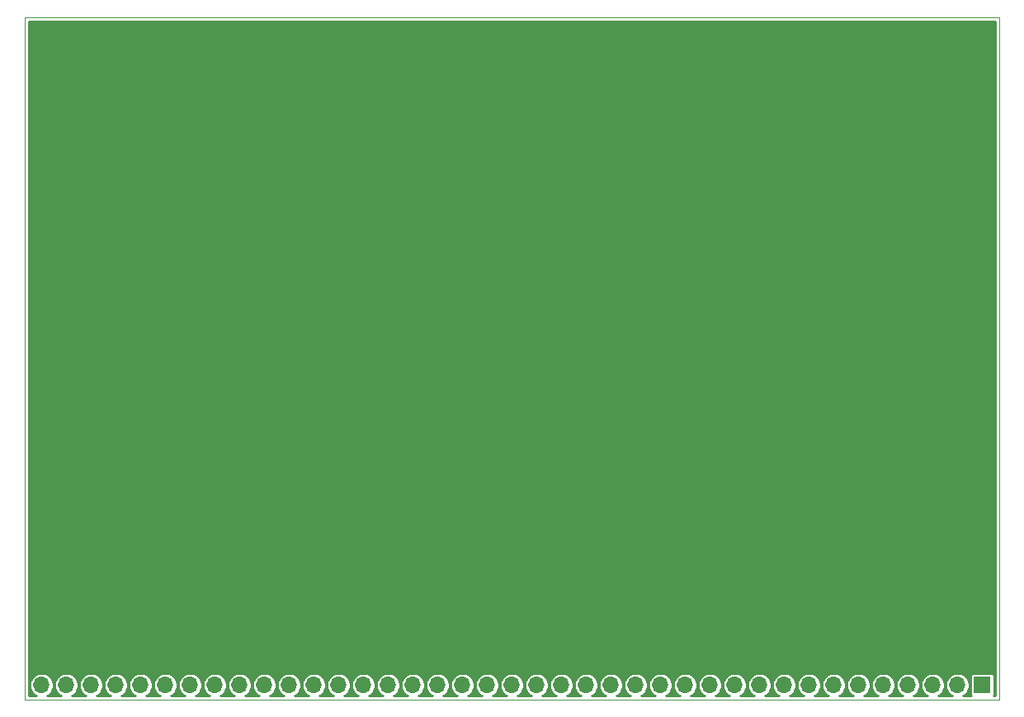
<source format=gbr>
G04 #@! TF.GenerationSoftware,KiCad,Pcbnew,(5.1.5)-3*
G04 #@! TF.CreationDate,2020-05-28T15:24:42-05:00*
G04 #@! TF.ProjectId,TFT Breakout 39P,54465420-4272-4656-916b-6f7574203339,rev?*
G04 #@! TF.SameCoordinates,Original*
G04 #@! TF.FileFunction,Copper,L2,Bot*
G04 #@! TF.FilePolarity,Positive*
%FSLAX46Y46*%
G04 Gerber Fmt 4.6, Leading zero omitted, Abs format (unit mm)*
G04 Created by KiCad (PCBNEW (5.1.5)-3) date 2020-05-28 15:24:42*
%MOMM*%
%LPD*%
G04 APERTURE LIST*
G04 #@! TA.AperFunction,Profile*
%ADD10C,0.050000*%
G04 #@! TD*
G04 #@! TA.AperFunction,ComponentPad*
%ADD11O,1.700000X1.700000*%
G04 #@! TD*
G04 #@! TA.AperFunction,ComponentPad*
%ADD12R,1.700000X1.700000*%
G04 #@! TD*
G04 #@! TA.AperFunction,NonConductor*
%ADD13C,0.254000*%
G04 #@! TD*
G04 APERTURE END LIST*
D10*
X200000000Y-60000000D02*
X100000000Y-60000000D01*
X200000000Y-130000000D02*
X200000000Y-60000000D01*
X100000000Y-130000000D02*
X100000000Y-60000000D01*
X100000000Y-130000000D02*
X200000000Y-130000000D01*
D11*
G04 #@! TO.P,J1,39*
G04 #@! TO.N,BL_K1*
X101740000Y-128500000D03*
G04 #@! TO.P,J1,38*
G04 #@! TO.N,BL_K2*
X104280000Y-128500000D03*
G04 #@! TO.P,J1,37*
G04 #@! TO.N,BL_K3*
X106820000Y-128500000D03*
G04 #@! TO.P,J1,36*
G04 #@! TO.N,BL_K4*
X109360000Y-128500000D03*
G04 #@! TO.P,J1,35*
G04 #@! TO.N,BL_K5*
X111900000Y-128500000D03*
G04 #@! TO.P,J1,34*
G04 #@! TO.N,BL_K6*
X114440000Y-128500000D03*
G04 #@! TO.P,J1,33*
G04 #@! TO.N,TE*
X116980000Y-128500000D03*
G04 #@! TO.P,J1,32*
G04 #@! TO.N,BL_K7*
X119520000Y-128500000D03*
G04 #@! TO.P,J1,31*
G04 #@! TO.N,BL_K8*
X122060000Y-128500000D03*
G04 #@! TO.P,J1,30*
G04 #@! TO.N,BL_A*
X124600000Y-128500000D03*
G04 #@! TO.P,J1,29*
G04 #@! TO.N,GND2*
X127140000Y-128500000D03*
G04 #@! TO.P,J1,28*
G04 #@! TO.N,RESET*
X129680000Y-128500000D03*
G04 #@! TO.P,J1,27*
G04 #@! TO.N,VCC*
X132220000Y-128500000D03*
G04 #@! TO.P,J1,26*
G04 #@! TO.N,CS*
X134760000Y-128500000D03*
G04 #@! TO.P,J1,25*
G04 #@! TO.N,DC*
X137300000Y-128500000D03*
G04 #@! TO.P,J1,24*
G04 #@! TO.N,WR*
X139840000Y-128500000D03*
G04 #@! TO.P,J1,23*
G04 #@! TO.N,RD*
X142380000Y-128500000D03*
G04 #@! TO.P,J1,22*
G04 #@! TO.N,D0*
X144920000Y-128500000D03*
G04 #@! TO.P,J1,21*
G04 #@! TO.N,D1*
X147460000Y-128500000D03*
G04 #@! TO.P,J1,20*
G04 #@! TO.N,D2*
X150000000Y-128500000D03*
G04 #@! TO.P,J1,19*
G04 #@! TO.N,D3*
X152540000Y-128500000D03*
G04 #@! TO.P,J1,18*
G04 #@! TO.N,D4*
X155080000Y-128500000D03*
G04 #@! TO.P,J1,17*
G04 #@! TO.N,D5*
X157620000Y-128500000D03*
G04 #@! TO.P,J1,16*
G04 #@! TO.N,D6*
X160160000Y-128500000D03*
G04 #@! TO.P,J1,15*
G04 #@! TO.N,D7*
X162700000Y-128500000D03*
G04 #@! TO.P,J1,14*
G04 #@! TO.N,D8*
X165240000Y-128500000D03*
G04 #@! TO.P,J1,13*
G04 #@! TO.N,D9*
X167780000Y-128500000D03*
G04 #@! TO.P,J1,12*
G04 #@! TO.N,D10*
X170320000Y-128500000D03*
G04 #@! TO.P,J1,11*
G04 #@! TO.N,D11*
X172860000Y-128500000D03*
G04 #@! TO.P,J1,10*
G04 #@! TO.N,D12*
X175400000Y-128500000D03*
G04 #@! TO.P,J1,9*
G04 #@! TO.N,D13*
X177940000Y-128500000D03*
G04 #@! TO.P,J1,8*
G04 #@! TO.N,D14*
X180480000Y-128500000D03*
G04 #@! TO.P,J1,7*
G04 #@! TO.N,D15*
X183020000Y-128500000D03*
G04 #@! TO.P,J1,6*
G04 #@! TO.N,NC*
X185560000Y-128500000D03*
G04 #@! TO.P,J1,5*
G04 #@! TO.N,GND1*
X188100000Y-128500000D03*
G04 #@! TO.P,J1,4*
G04 #@! TO.N,TS_Y-*
X190640000Y-128500000D03*
G04 #@! TO.P,J1,3*
G04 #@! TO.N,TS_X-*
X193180000Y-128500000D03*
G04 #@! TO.P,J1,2*
G04 #@! TO.N,TS_Y+*
X195720000Y-128500000D03*
D12*
G04 #@! TO.P,J1,1*
G04 #@! TO.N,TS_X+*
X198260000Y-128500000D03*
G04 #@! TD*
D13*
G36*
X199594000Y-129594000D02*
G01*
X199402632Y-129594000D01*
X199428322Y-129562696D01*
X199463701Y-129496508D01*
X199485487Y-129424689D01*
X199492843Y-129350000D01*
X199492843Y-127650000D01*
X199485487Y-127575311D01*
X199463701Y-127503492D01*
X199428322Y-127437304D01*
X199380711Y-127379289D01*
X199322696Y-127331678D01*
X199256508Y-127296299D01*
X199184689Y-127274513D01*
X199110000Y-127267157D01*
X197410000Y-127267157D01*
X197335311Y-127274513D01*
X197263492Y-127296299D01*
X197197304Y-127331678D01*
X197139289Y-127379289D01*
X197091678Y-127437304D01*
X197056299Y-127503492D01*
X197034513Y-127575311D01*
X197027157Y-127650000D01*
X197027157Y-129350000D01*
X197034513Y-129424689D01*
X197056299Y-129496508D01*
X197091678Y-129562696D01*
X197117368Y-129594000D01*
X196295608Y-129594000D01*
X196303097Y-129590898D01*
X196504717Y-129456180D01*
X196676180Y-129284717D01*
X196810898Y-129083097D01*
X196903693Y-128859069D01*
X196951000Y-128621243D01*
X196951000Y-128378757D01*
X196903693Y-128140931D01*
X196810898Y-127916903D01*
X196676180Y-127715283D01*
X196504717Y-127543820D01*
X196303097Y-127409102D01*
X196079069Y-127316307D01*
X195841243Y-127269000D01*
X195598757Y-127269000D01*
X195360931Y-127316307D01*
X195136903Y-127409102D01*
X194935283Y-127543820D01*
X194763820Y-127715283D01*
X194629102Y-127916903D01*
X194536307Y-128140931D01*
X194489000Y-128378757D01*
X194489000Y-128621243D01*
X194536307Y-128859069D01*
X194629102Y-129083097D01*
X194763820Y-129284717D01*
X194935283Y-129456180D01*
X195136903Y-129590898D01*
X195144392Y-129594000D01*
X193755608Y-129594000D01*
X193763097Y-129590898D01*
X193964717Y-129456180D01*
X194136180Y-129284717D01*
X194270898Y-129083097D01*
X194363693Y-128859069D01*
X194411000Y-128621243D01*
X194411000Y-128378757D01*
X194363693Y-128140931D01*
X194270898Y-127916903D01*
X194136180Y-127715283D01*
X193964717Y-127543820D01*
X193763097Y-127409102D01*
X193539069Y-127316307D01*
X193301243Y-127269000D01*
X193058757Y-127269000D01*
X192820931Y-127316307D01*
X192596903Y-127409102D01*
X192395283Y-127543820D01*
X192223820Y-127715283D01*
X192089102Y-127916903D01*
X191996307Y-128140931D01*
X191949000Y-128378757D01*
X191949000Y-128621243D01*
X191996307Y-128859069D01*
X192089102Y-129083097D01*
X192223820Y-129284717D01*
X192395283Y-129456180D01*
X192596903Y-129590898D01*
X192604392Y-129594000D01*
X191215608Y-129594000D01*
X191223097Y-129590898D01*
X191424717Y-129456180D01*
X191596180Y-129284717D01*
X191730898Y-129083097D01*
X191823693Y-128859069D01*
X191871000Y-128621243D01*
X191871000Y-128378757D01*
X191823693Y-128140931D01*
X191730898Y-127916903D01*
X191596180Y-127715283D01*
X191424717Y-127543820D01*
X191223097Y-127409102D01*
X190999069Y-127316307D01*
X190761243Y-127269000D01*
X190518757Y-127269000D01*
X190280931Y-127316307D01*
X190056903Y-127409102D01*
X189855283Y-127543820D01*
X189683820Y-127715283D01*
X189549102Y-127916903D01*
X189456307Y-128140931D01*
X189409000Y-128378757D01*
X189409000Y-128621243D01*
X189456307Y-128859069D01*
X189549102Y-129083097D01*
X189683820Y-129284717D01*
X189855283Y-129456180D01*
X190056903Y-129590898D01*
X190064392Y-129594000D01*
X188675608Y-129594000D01*
X188683097Y-129590898D01*
X188884717Y-129456180D01*
X189056180Y-129284717D01*
X189190898Y-129083097D01*
X189283693Y-128859069D01*
X189331000Y-128621243D01*
X189331000Y-128378757D01*
X189283693Y-128140931D01*
X189190898Y-127916903D01*
X189056180Y-127715283D01*
X188884717Y-127543820D01*
X188683097Y-127409102D01*
X188459069Y-127316307D01*
X188221243Y-127269000D01*
X187978757Y-127269000D01*
X187740931Y-127316307D01*
X187516903Y-127409102D01*
X187315283Y-127543820D01*
X187143820Y-127715283D01*
X187009102Y-127916903D01*
X186916307Y-128140931D01*
X186869000Y-128378757D01*
X186869000Y-128621243D01*
X186916307Y-128859069D01*
X187009102Y-129083097D01*
X187143820Y-129284717D01*
X187315283Y-129456180D01*
X187516903Y-129590898D01*
X187524392Y-129594000D01*
X186135608Y-129594000D01*
X186143097Y-129590898D01*
X186344717Y-129456180D01*
X186516180Y-129284717D01*
X186650898Y-129083097D01*
X186743693Y-128859069D01*
X186791000Y-128621243D01*
X186791000Y-128378757D01*
X186743693Y-128140931D01*
X186650898Y-127916903D01*
X186516180Y-127715283D01*
X186344717Y-127543820D01*
X186143097Y-127409102D01*
X185919069Y-127316307D01*
X185681243Y-127269000D01*
X185438757Y-127269000D01*
X185200931Y-127316307D01*
X184976903Y-127409102D01*
X184775283Y-127543820D01*
X184603820Y-127715283D01*
X184469102Y-127916903D01*
X184376307Y-128140931D01*
X184329000Y-128378757D01*
X184329000Y-128621243D01*
X184376307Y-128859069D01*
X184469102Y-129083097D01*
X184603820Y-129284717D01*
X184775283Y-129456180D01*
X184976903Y-129590898D01*
X184984392Y-129594000D01*
X183595608Y-129594000D01*
X183603097Y-129590898D01*
X183804717Y-129456180D01*
X183976180Y-129284717D01*
X184110898Y-129083097D01*
X184203693Y-128859069D01*
X184251000Y-128621243D01*
X184251000Y-128378757D01*
X184203693Y-128140931D01*
X184110898Y-127916903D01*
X183976180Y-127715283D01*
X183804717Y-127543820D01*
X183603097Y-127409102D01*
X183379069Y-127316307D01*
X183141243Y-127269000D01*
X182898757Y-127269000D01*
X182660931Y-127316307D01*
X182436903Y-127409102D01*
X182235283Y-127543820D01*
X182063820Y-127715283D01*
X181929102Y-127916903D01*
X181836307Y-128140931D01*
X181789000Y-128378757D01*
X181789000Y-128621243D01*
X181836307Y-128859069D01*
X181929102Y-129083097D01*
X182063820Y-129284717D01*
X182235283Y-129456180D01*
X182436903Y-129590898D01*
X182444392Y-129594000D01*
X181055608Y-129594000D01*
X181063097Y-129590898D01*
X181264717Y-129456180D01*
X181436180Y-129284717D01*
X181570898Y-129083097D01*
X181663693Y-128859069D01*
X181711000Y-128621243D01*
X181711000Y-128378757D01*
X181663693Y-128140931D01*
X181570898Y-127916903D01*
X181436180Y-127715283D01*
X181264717Y-127543820D01*
X181063097Y-127409102D01*
X180839069Y-127316307D01*
X180601243Y-127269000D01*
X180358757Y-127269000D01*
X180120931Y-127316307D01*
X179896903Y-127409102D01*
X179695283Y-127543820D01*
X179523820Y-127715283D01*
X179389102Y-127916903D01*
X179296307Y-128140931D01*
X179249000Y-128378757D01*
X179249000Y-128621243D01*
X179296307Y-128859069D01*
X179389102Y-129083097D01*
X179523820Y-129284717D01*
X179695283Y-129456180D01*
X179896903Y-129590898D01*
X179904392Y-129594000D01*
X178515608Y-129594000D01*
X178523097Y-129590898D01*
X178724717Y-129456180D01*
X178896180Y-129284717D01*
X179030898Y-129083097D01*
X179123693Y-128859069D01*
X179171000Y-128621243D01*
X179171000Y-128378757D01*
X179123693Y-128140931D01*
X179030898Y-127916903D01*
X178896180Y-127715283D01*
X178724717Y-127543820D01*
X178523097Y-127409102D01*
X178299069Y-127316307D01*
X178061243Y-127269000D01*
X177818757Y-127269000D01*
X177580931Y-127316307D01*
X177356903Y-127409102D01*
X177155283Y-127543820D01*
X176983820Y-127715283D01*
X176849102Y-127916903D01*
X176756307Y-128140931D01*
X176709000Y-128378757D01*
X176709000Y-128621243D01*
X176756307Y-128859069D01*
X176849102Y-129083097D01*
X176983820Y-129284717D01*
X177155283Y-129456180D01*
X177356903Y-129590898D01*
X177364392Y-129594000D01*
X175975608Y-129594000D01*
X175983097Y-129590898D01*
X176184717Y-129456180D01*
X176356180Y-129284717D01*
X176490898Y-129083097D01*
X176583693Y-128859069D01*
X176631000Y-128621243D01*
X176631000Y-128378757D01*
X176583693Y-128140931D01*
X176490898Y-127916903D01*
X176356180Y-127715283D01*
X176184717Y-127543820D01*
X175983097Y-127409102D01*
X175759069Y-127316307D01*
X175521243Y-127269000D01*
X175278757Y-127269000D01*
X175040931Y-127316307D01*
X174816903Y-127409102D01*
X174615283Y-127543820D01*
X174443820Y-127715283D01*
X174309102Y-127916903D01*
X174216307Y-128140931D01*
X174169000Y-128378757D01*
X174169000Y-128621243D01*
X174216307Y-128859069D01*
X174309102Y-129083097D01*
X174443820Y-129284717D01*
X174615283Y-129456180D01*
X174816903Y-129590898D01*
X174824392Y-129594000D01*
X173435608Y-129594000D01*
X173443097Y-129590898D01*
X173644717Y-129456180D01*
X173816180Y-129284717D01*
X173950898Y-129083097D01*
X174043693Y-128859069D01*
X174091000Y-128621243D01*
X174091000Y-128378757D01*
X174043693Y-128140931D01*
X173950898Y-127916903D01*
X173816180Y-127715283D01*
X173644717Y-127543820D01*
X173443097Y-127409102D01*
X173219069Y-127316307D01*
X172981243Y-127269000D01*
X172738757Y-127269000D01*
X172500931Y-127316307D01*
X172276903Y-127409102D01*
X172075283Y-127543820D01*
X171903820Y-127715283D01*
X171769102Y-127916903D01*
X171676307Y-128140931D01*
X171629000Y-128378757D01*
X171629000Y-128621243D01*
X171676307Y-128859069D01*
X171769102Y-129083097D01*
X171903820Y-129284717D01*
X172075283Y-129456180D01*
X172276903Y-129590898D01*
X172284392Y-129594000D01*
X170895608Y-129594000D01*
X170903097Y-129590898D01*
X171104717Y-129456180D01*
X171276180Y-129284717D01*
X171410898Y-129083097D01*
X171503693Y-128859069D01*
X171551000Y-128621243D01*
X171551000Y-128378757D01*
X171503693Y-128140931D01*
X171410898Y-127916903D01*
X171276180Y-127715283D01*
X171104717Y-127543820D01*
X170903097Y-127409102D01*
X170679069Y-127316307D01*
X170441243Y-127269000D01*
X170198757Y-127269000D01*
X169960931Y-127316307D01*
X169736903Y-127409102D01*
X169535283Y-127543820D01*
X169363820Y-127715283D01*
X169229102Y-127916903D01*
X169136307Y-128140931D01*
X169089000Y-128378757D01*
X169089000Y-128621243D01*
X169136307Y-128859069D01*
X169229102Y-129083097D01*
X169363820Y-129284717D01*
X169535283Y-129456180D01*
X169736903Y-129590898D01*
X169744392Y-129594000D01*
X168355608Y-129594000D01*
X168363097Y-129590898D01*
X168564717Y-129456180D01*
X168736180Y-129284717D01*
X168870898Y-129083097D01*
X168963693Y-128859069D01*
X169011000Y-128621243D01*
X169011000Y-128378757D01*
X168963693Y-128140931D01*
X168870898Y-127916903D01*
X168736180Y-127715283D01*
X168564717Y-127543820D01*
X168363097Y-127409102D01*
X168139069Y-127316307D01*
X167901243Y-127269000D01*
X167658757Y-127269000D01*
X167420931Y-127316307D01*
X167196903Y-127409102D01*
X166995283Y-127543820D01*
X166823820Y-127715283D01*
X166689102Y-127916903D01*
X166596307Y-128140931D01*
X166549000Y-128378757D01*
X166549000Y-128621243D01*
X166596307Y-128859069D01*
X166689102Y-129083097D01*
X166823820Y-129284717D01*
X166995283Y-129456180D01*
X167196903Y-129590898D01*
X167204392Y-129594000D01*
X165815608Y-129594000D01*
X165823097Y-129590898D01*
X166024717Y-129456180D01*
X166196180Y-129284717D01*
X166330898Y-129083097D01*
X166423693Y-128859069D01*
X166471000Y-128621243D01*
X166471000Y-128378757D01*
X166423693Y-128140931D01*
X166330898Y-127916903D01*
X166196180Y-127715283D01*
X166024717Y-127543820D01*
X165823097Y-127409102D01*
X165599069Y-127316307D01*
X165361243Y-127269000D01*
X165118757Y-127269000D01*
X164880931Y-127316307D01*
X164656903Y-127409102D01*
X164455283Y-127543820D01*
X164283820Y-127715283D01*
X164149102Y-127916903D01*
X164056307Y-128140931D01*
X164009000Y-128378757D01*
X164009000Y-128621243D01*
X164056307Y-128859069D01*
X164149102Y-129083097D01*
X164283820Y-129284717D01*
X164455283Y-129456180D01*
X164656903Y-129590898D01*
X164664392Y-129594000D01*
X163275608Y-129594000D01*
X163283097Y-129590898D01*
X163484717Y-129456180D01*
X163656180Y-129284717D01*
X163790898Y-129083097D01*
X163883693Y-128859069D01*
X163931000Y-128621243D01*
X163931000Y-128378757D01*
X163883693Y-128140931D01*
X163790898Y-127916903D01*
X163656180Y-127715283D01*
X163484717Y-127543820D01*
X163283097Y-127409102D01*
X163059069Y-127316307D01*
X162821243Y-127269000D01*
X162578757Y-127269000D01*
X162340931Y-127316307D01*
X162116903Y-127409102D01*
X161915283Y-127543820D01*
X161743820Y-127715283D01*
X161609102Y-127916903D01*
X161516307Y-128140931D01*
X161469000Y-128378757D01*
X161469000Y-128621243D01*
X161516307Y-128859069D01*
X161609102Y-129083097D01*
X161743820Y-129284717D01*
X161915283Y-129456180D01*
X162116903Y-129590898D01*
X162124392Y-129594000D01*
X160735608Y-129594000D01*
X160743097Y-129590898D01*
X160944717Y-129456180D01*
X161116180Y-129284717D01*
X161250898Y-129083097D01*
X161343693Y-128859069D01*
X161391000Y-128621243D01*
X161391000Y-128378757D01*
X161343693Y-128140931D01*
X161250898Y-127916903D01*
X161116180Y-127715283D01*
X160944717Y-127543820D01*
X160743097Y-127409102D01*
X160519069Y-127316307D01*
X160281243Y-127269000D01*
X160038757Y-127269000D01*
X159800931Y-127316307D01*
X159576903Y-127409102D01*
X159375283Y-127543820D01*
X159203820Y-127715283D01*
X159069102Y-127916903D01*
X158976307Y-128140931D01*
X158929000Y-128378757D01*
X158929000Y-128621243D01*
X158976307Y-128859069D01*
X159069102Y-129083097D01*
X159203820Y-129284717D01*
X159375283Y-129456180D01*
X159576903Y-129590898D01*
X159584392Y-129594000D01*
X158195608Y-129594000D01*
X158203097Y-129590898D01*
X158404717Y-129456180D01*
X158576180Y-129284717D01*
X158710898Y-129083097D01*
X158803693Y-128859069D01*
X158851000Y-128621243D01*
X158851000Y-128378757D01*
X158803693Y-128140931D01*
X158710898Y-127916903D01*
X158576180Y-127715283D01*
X158404717Y-127543820D01*
X158203097Y-127409102D01*
X157979069Y-127316307D01*
X157741243Y-127269000D01*
X157498757Y-127269000D01*
X157260931Y-127316307D01*
X157036903Y-127409102D01*
X156835283Y-127543820D01*
X156663820Y-127715283D01*
X156529102Y-127916903D01*
X156436307Y-128140931D01*
X156389000Y-128378757D01*
X156389000Y-128621243D01*
X156436307Y-128859069D01*
X156529102Y-129083097D01*
X156663820Y-129284717D01*
X156835283Y-129456180D01*
X157036903Y-129590898D01*
X157044392Y-129594000D01*
X155655608Y-129594000D01*
X155663097Y-129590898D01*
X155864717Y-129456180D01*
X156036180Y-129284717D01*
X156170898Y-129083097D01*
X156263693Y-128859069D01*
X156311000Y-128621243D01*
X156311000Y-128378757D01*
X156263693Y-128140931D01*
X156170898Y-127916903D01*
X156036180Y-127715283D01*
X155864717Y-127543820D01*
X155663097Y-127409102D01*
X155439069Y-127316307D01*
X155201243Y-127269000D01*
X154958757Y-127269000D01*
X154720931Y-127316307D01*
X154496903Y-127409102D01*
X154295283Y-127543820D01*
X154123820Y-127715283D01*
X153989102Y-127916903D01*
X153896307Y-128140931D01*
X153849000Y-128378757D01*
X153849000Y-128621243D01*
X153896307Y-128859069D01*
X153989102Y-129083097D01*
X154123820Y-129284717D01*
X154295283Y-129456180D01*
X154496903Y-129590898D01*
X154504392Y-129594000D01*
X153115608Y-129594000D01*
X153123097Y-129590898D01*
X153324717Y-129456180D01*
X153496180Y-129284717D01*
X153630898Y-129083097D01*
X153723693Y-128859069D01*
X153771000Y-128621243D01*
X153771000Y-128378757D01*
X153723693Y-128140931D01*
X153630898Y-127916903D01*
X153496180Y-127715283D01*
X153324717Y-127543820D01*
X153123097Y-127409102D01*
X152899069Y-127316307D01*
X152661243Y-127269000D01*
X152418757Y-127269000D01*
X152180931Y-127316307D01*
X151956903Y-127409102D01*
X151755283Y-127543820D01*
X151583820Y-127715283D01*
X151449102Y-127916903D01*
X151356307Y-128140931D01*
X151309000Y-128378757D01*
X151309000Y-128621243D01*
X151356307Y-128859069D01*
X151449102Y-129083097D01*
X151583820Y-129284717D01*
X151755283Y-129456180D01*
X151956903Y-129590898D01*
X151964392Y-129594000D01*
X150575608Y-129594000D01*
X150583097Y-129590898D01*
X150784717Y-129456180D01*
X150956180Y-129284717D01*
X151090898Y-129083097D01*
X151183693Y-128859069D01*
X151231000Y-128621243D01*
X151231000Y-128378757D01*
X151183693Y-128140931D01*
X151090898Y-127916903D01*
X150956180Y-127715283D01*
X150784717Y-127543820D01*
X150583097Y-127409102D01*
X150359069Y-127316307D01*
X150121243Y-127269000D01*
X149878757Y-127269000D01*
X149640931Y-127316307D01*
X149416903Y-127409102D01*
X149215283Y-127543820D01*
X149043820Y-127715283D01*
X148909102Y-127916903D01*
X148816307Y-128140931D01*
X148769000Y-128378757D01*
X148769000Y-128621243D01*
X148816307Y-128859069D01*
X148909102Y-129083097D01*
X149043820Y-129284717D01*
X149215283Y-129456180D01*
X149416903Y-129590898D01*
X149424392Y-129594000D01*
X148035608Y-129594000D01*
X148043097Y-129590898D01*
X148244717Y-129456180D01*
X148416180Y-129284717D01*
X148550898Y-129083097D01*
X148643693Y-128859069D01*
X148691000Y-128621243D01*
X148691000Y-128378757D01*
X148643693Y-128140931D01*
X148550898Y-127916903D01*
X148416180Y-127715283D01*
X148244717Y-127543820D01*
X148043097Y-127409102D01*
X147819069Y-127316307D01*
X147581243Y-127269000D01*
X147338757Y-127269000D01*
X147100931Y-127316307D01*
X146876903Y-127409102D01*
X146675283Y-127543820D01*
X146503820Y-127715283D01*
X146369102Y-127916903D01*
X146276307Y-128140931D01*
X146229000Y-128378757D01*
X146229000Y-128621243D01*
X146276307Y-128859069D01*
X146369102Y-129083097D01*
X146503820Y-129284717D01*
X146675283Y-129456180D01*
X146876903Y-129590898D01*
X146884392Y-129594000D01*
X145495608Y-129594000D01*
X145503097Y-129590898D01*
X145704717Y-129456180D01*
X145876180Y-129284717D01*
X146010898Y-129083097D01*
X146103693Y-128859069D01*
X146151000Y-128621243D01*
X146151000Y-128378757D01*
X146103693Y-128140931D01*
X146010898Y-127916903D01*
X145876180Y-127715283D01*
X145704717Y-127543820D01*
X145503097Y-127409102D01*
X145279069Y-127316307D01*
X145041243Y-127269000D01*
X144798757Y-127269000D01*
X144560931Y-127316307D01*
X144336903Y-127409102D01*
X144135283Y-127543820D01*
X143963820Y-127715283D01*
X143829102Y-127916903D01*
X143736307Y-128140931D01*
X143689000Y-128378757D01*
X143689000Y-128621243D01*
X143736307Y-128859069D01*
X143829102Y-129083097D01*
X143963820Y-129284717D01*
X144135283Y-129456180D01*
X144336903Y-129590898D01*
X144344392Y-129594000D01*
X142955608Y-129594000D01*
X142963097Y-129590898D01*
X143164717Y-129456180D01*
X143336180Y-129284717D01*
X143470898Y-129083097D01*
X143563693Y-128859069D01*
X143611000Y-128621243D01*
X143611000Y-128378757D01*
X143563693Y-128140931D01*
X143470898Y-127916903D01*
X143336180Y-127715283D01*
X143164717Y-127543820D01*
X142963097Y-127409102D01*
X142739069Y-127316307D01*
X142501243Y-127269000D01*
X142258757Y-127269000D01*
X142020931Y-127316307D01*
X141796903Y-127409102D01*
X141595283Y-127543820D01*
X141423820Y-127715283D01*
X141289102Y-127916903D01*
X141196307Y-128140931D01*
X141149000Y-128378757D01*
X141149000Y-128621243D01*
X141196307Y-128859069D01*
X141289102Y-129083097D01*
X141423820Y-129284717D01*
X141595283Y-129456180D01*
X141796903Y-129590898D01*
X141804392Y-129594000D01*
X140415608Y-129594000D01*
X140423097Y-129590898D01*
X140624717Y-129456180D01*
X140796180Y-129284717D01*
X140930898Y-129083097D01*
X141023693Y-128859069D01*
X141071000Y-128621243D01*
X141071000Y-128378757D01*
X141023693Y-128140931D01*
X140930898Y-127916903D01*
X140796180Y-127715283D01*
X140624717Y-127543820D01*
X140423097Y-127409102D01*
X140199069Y-127316307D01*
X139961243Y-127269000D01*
X139718757Y-127269000D01*
X139480931Y-127316307D01*
X139256903Y-127409102D01*
X139055283Y-127543820D01*
X138883820Y-127715283D01*
X138749102Y-127916903D01*
X138656307Y-128140931D01*
X138609000Y-128378757D01*
X138609000Y-128621243D01*
X138656307Y-128859069D01*
X138749102Y-129083097D01*
X138883820Y-129284717D01*
X139055283Y-129456180D01*
X139256903Y-129590898D01*
X139264392Y-129594000D01*
X137875608Y-129594000D01*
X137883097Y-129590898D01*
X138084717Y-129456180D01*
X138256180Y-129284717D01*
X138390898Y-129083097D01*
X138483693Y-128859069D01*
X138531000Y-128621243D01*
X138531000Y-128378757D01*
X138483693Y-128140931D01*
X138390898Y-127916903D01*
X138256180Y-127715283D01*
X138084717Y-127543820D01*
X137883097Y-127409102D01*
X137659069Y-127316307D01*
X137421243Y-127269000D01*
X137178757Y-127269000D01*
X136940931Y-127316307D01*
X136716903Y-127409102D01*
X136515283Y-127543820D01*
X136343820Y-127715283D01*
X136209102Y-127916903D01*
X136116307Y-128140931D01*
X136069000Y-128378757D01*
X136069000Y-128621243D01*
X136116307Y-128859069D01*
X136209102Y-129083097D01*
X136343820Y-129284717D01*
X136515283Y-129456180D01*
X136716903Y-129590898D01*
X136724392Y-129594000D01*
X135335608Y-129594000D01*
X135343097Y-129590898D01*
X135544717Y-129456180D01*
X135716180Y-129284717D01*
X135850898Y-129083097D01*
X135943693Y-128859069D01*
X135991000Y-128621243D01*
X135991000Y-128378757D01*
X135943693Y-128140931D01*
X135850898Y-127916903D01*
X135716180Y-127715283D01*
X135544717Y-127543820D01*
X135343097Y-127409102D01*
X135119069Y-127316307D01*
X134881243Y-127269000D01*
X134638757Y-127269000D01*
X134400931Y-127316307D01*
X134176903Y-127409102D01*
X133975283Y-127543820D01*
X133803820Y-127715283D01*
X133669102Y-127916903D01*
X133576307Y-128140931D01*
X133529000Y-128378757D01*
X133529000Y-128621243D01*
X133576307Y-128859069D01*
X133669102Y-129083097D01*
X133803820Y-129284717D01*
X133975283Y-129456180D01*
X134176903Y-129590898D01*
X134184392Y-129594000D01*
X132795608Y-129594000D01*
X132803097Y-129590898D01*
X133004717Y-129456180D01*
X133176180Y-129284717D01*
X133310898Y-129083097D01*
X133403693Y-128859069D01*
X133451000Y-128621243D01*
X133451000Y-128378757D01*
X133403693Y-128140931D01*
X133310898Y-127916903D01*
X133176180Y-127715283D01*
X133004717Y-127543820D01*
X132803097Y-127409102D01*
X132579069Y-127316307D01*
X132341243Y-127269000D01*
X132098757Y-127269000D01*
X131860931Y-127316307D01*
X131636903Y-127409102D01*
X131435283Y-127543820D01*
X131263820Y-127715283D01*
X131129102Y-127916903D01*
X131036307Y-128140931D01*
X130989000Y-128378757D01*
X130989000Y-128621243D01*
X131036307Y-128859069D01*
X131129102Y-129083097D01*
X131263820Y-129284717D01*
X131435283Y-129456180D01*
X131636903Y-129590898D01*
X131644392Y-129594000D01*
X130255608Y-129594000D01*
X130263097Y-129590898D01*
X130464717Y-129456180D01*
X130636180Y-129284717D01*
X130770898Y-129083097D01*
X130863693Y-128859069D01*
X130911000Y-128621243D01*
X130911000Y-128378757D01*
X130863693Y-128140931D01*
X130770898Y-127916903D01*
X130636180Y-127715283D01*
X130464717Y-127543820D01*
X130263097Y-127409102D01*
X130039069Y-127316307D01*
X129801243Y-127269000D01*
X129558757Y-127269000D01*
X129320931Y-127316307D01*
X129096903Y-127409102D01*
X128895283Y-127543820D01*
X128723820Y-127715283D01*
X128589102Y-127916903D01*
X128496307Y-128140931D01*
X128449000Y-128378757D01*
X128449000Y-128621243D01*
X128496307Y-128859069D01*
X128589102Y-129083097D01*
X128723820Y-129284717D01*
X128895283Y-129456180D01*
X129096903Y-129590898D01*
X129104392Y-129594000D01*
X127715608Y-129594000D01*
X127723097Y-129590898D01*
X127924717Y-129456180D01*
X128096180Y-129284717D01*
X128230898Y-129083097D01*
X128323693Y-128859069D01*
X128371000Y-128621243D01*
X128371000Y-128378757D01*
X128323693Y-128140931D01*
X128230898Y-127916903D01*
X128096180Y-127715283D01*
X127924717Y-127543820D01*
X127723097Y-127409102D01*
X127499069Y-127316307D01*
X127261243Y-127269000D01*
X127018757Y-127269000D01*
X126780931Y-127316307D01*
X126556903Y-127409102D01*
X126355283Y-127543820D01*
X126183820Y-127715283D01*
X126049102Y-127916903D01*
X125956307Y-128140931D01*
X125909000Y-128378757D01*
X125909000Y-128621243D01*
X125956307Y-128859069D01*
X126049102Y-129083097D01*
X126183820Y-129284717D01*
X126355283Y-129456180D01*
X126556903Y-129590898D01*
X126564392Y-129594000D01*
X125175608Y-129594000D01*
X125183097Y-129590898D01*
X125384717Y-129456180D01*
X125556180Y-129284717D01*
X125690898Y-129083097D01*
X125783693Y-128859069D01*
X125831000Y-128621243D01*
X125831000Y-128378757D01*
X125783693Y-128140931D01*
X125690898Y-127916903D01*
X125556180Y-127715283D01*
X125384717Y-127543820D01*
X125183097Y-127409102D01*
X124959069Y-127316307D01*
X124721243Y-127269000D01*
X124478757Y-127269000D01*
X124240931Y-127316307D01*
X124016903Y-127409102D01*
X123815283Y-127543820D01*
X123643820Y-127715283D01*
X123509102Y-127916903D01*
X123416307Y-128140931D01*
X123369000Y-128378757D01*
X123369000Y-128621243D01*
X123416307Y-128859069D01*
X123509102Y-129083097D01*
X123643820Y-129284717D01*
X123815283Y-129456180D01*
X124016903Y-129590898D01*
X124024392Y-129594000D01*
X122635608Y-129594000D01*
X122643097Y-129590898D01*
X122844717Y-129456180D01*
X123016180Y-129284717D01*
X123150898Y-129083097D01*
X123243693Y-128859069D01*
X123291000Y-128621243D01*
X123291000Y-128378757D01*
X123243693Y-128140931D01*
X123150898Y-127916903D01*
X123016180Y-127715283D01*
X122844717Y-127543820D01*
X122643097Y-127409102D01*
X122419069Y-127316307D01*
X122181243Y-127269000D01*
X121938757Y-127269000D01*
X121700931Y-127316307D01*
X121476903Y-127409102D01*
X121275283Y-127543820D01*
X121103820Y-127715283D01*
X120969102Y-127916903D01*
X120876307Y-128140931D01*
X120829000Y-128378757D01*
X120829000Y-128621243D01*
X120876307Y-128859069D01*
X120969102Y-129083097D01*
X121103820Y-129284717D01*
X121275283Y-129456180D01*
X121476903Y-129590898D01*
X121484392Y-129594000D01*
X120095608Y-129594000D01*
X120103097Y-129590898D01*
X120304717Y-129456180D01*
X120476180Y-129284717D01*
X120610898Y-129083097D01*
X120703693Y-128859069D01*
X120751000Y-128621243D01*
X120751000Y-128378757D01*
X120703693Y-128140931D01*
X120610898Y-127916903D01*
X120476180Y-127715283D01*
X120304717Y-127543820D01*
X120103097Y-127409102D01*
X119879069Y-127316307D01*
X119641243Y-127269000D01*
X119398757Y-127269000D01*
X119160931Y-127316307D01*
X118936903Y-127409102D01*
X118735283Y-127543820D01*
X118563820Y-127715283D01*
X118429102Y-127916903D01*
X118336307Y-128140931D01*
X118289000Y-128378757D01*
X118289000Y-128621243D01*
X118336307Y-128859069D01*
X118429102Y-129083097D01*
X118563820Y-129284717D01*
X118735283Y-129456180D01*
X118936903Y-129590898D01*
X118944392Y-129594000D01*
X117555608Y-129594000D01*
X117563097Y-129590898D01*
X117764717Y-129456180D01*
X117936180Y-129284717D01*
X118070898Y-129083097D01*
X118163693Y-128859069D01*
X118211000Y-128621243D01*
X118211000Y-128378757D01*
X118163693Y-128140931D01*
X118070898Y-127916903D01*
X117936180Y-127715283D01*
X117764717Y-127543820D01*
X117563097Y-127409102D01*
X117339069Y-127316307D01*
X117101243Y-127269000D01*
X116858757Y-127269000D01*
X116620931Y-127316307D01*
X116396903Y-127409102D01*
X116195283Y-127543820D01*
X116023820Y-127715283D01*
X115889102Y-127916903D01*
X115796307Y-128140931D01*
X115749000Y-128378757D01*
X115749000Y-128621243D01*
X115796307Y-128859069D01*
X115889102Y-129083097D01*
X116023820Y-129284717D01*
X116195283Y-129456180D01*
X116396903Y-129590898D01*
X116404392Y-129594000D01*
X115015608Y-129594000D01*
X115023097Y-129590898D01*
X115224717Y-129456180D01*
X115396180Y-129284717D01*
X115530898Y-129083097D01*
X115623693Y-128859069D01*
X115671000Y-128621243D01*
X115671000Y-128378757D01*
X115623693Y-128140931D01*
X115530898Y-127916903D01*
X115396180Y-127715283D01*
X115224717Y-127543820D01*
X115023097Y-127409102D01*
X114799069Y-127316307D01*
X114561243Y-127269000D01*
X114318757Y-127269000D01*
X114080931Y-127316307D01*
X113856903Y-127409102D01*
X113655283Y-127543820D01*
X113483820Y-127715283D01*
X113349102Y-127916903D01*
X113256307Y-128140931D01*
X113209000Y-128378757D01*
X113209000Y-128621243D01*
X113256307Y-128859069D01*
X113349102Y-129083097D01*
X113483820Y-129284717D01*
X113655283Y-129456180D01*
X113856903Y-129590898D01*
X113864392Y-129594000D01*
X112475608Y-129594000D01*
X112483097Y-129590898D01*
X112684717Y-129456180D01*
X112856180Y-129284717D01*
X112990898Y-129083097D01*
X113083693Y-128859069D01*
X113131000Y-128621243D01*
X113131000Y-128378757D01*
X113083693Y-128140931D01*
X112990898Y-127916903D01*
X112856180Y-127715283D01*
X112684717Y-127543820D01*
X112483097Y-127409102D01*
X112259069Y-127316307D01*
X112021243Y-127269000D01*
X111778757Y-127269000D01*
X111540931Y-127316307D01*
X111316903Y-127409102D01*
X111115283Y-127543820D01*
X110943820Y-127715283D01*
X110809102Y-127916903D01*
X110716307Y-128140931D01*
X110669000Y-128378757D01*
X110669000Y-128621243D01*
X110716307Y-128859069D01*
X110809102Y-129083097D01*
X110943820Y-129284717D01*
X111115283Y-129456180D01*
X111316903Y-129590898D01*
X111324392Y-129594000D01*
X109935608Y-129594000D01*
X109943097Y-129590898D01*
X110144717Y-129456180D01*
X110316180Y-129284717D01*
X110450898Y-129083097D01*
X110543693Y-128859069D01*
X110591000Y-128621243D01*
X110591000Y-128378757D01*
X110543693Y-128140931D01*
X110450898Y-127916903D01*
X110316180Y-127715283D01*
X110144717Y-127543820D01*
X109943097Y-127409102D01*
X109719069Y-127316307D01*
X109481243Y-127269000D01*
X109238757Y-127269000D01*
X109000931Y-127316307D01*
X108776903Y-127409102D01*
X108575283Y-127543820D01*
X108403820Y-127715283D01*
X108269102Y-127916903D01*
X108176307Y-128140931D01*
X108129000Y-128378757D01*
X108129000Y-128621243D01*
X108176307Y-128859069D01*
X108269102Y-129083097D01*
X108403820Y-129284717D01*
X108575283Y-129456180D01*
X108776903Y-129590898D01*
X108784392Y-129594000D01*
X107395608Y-129594000D01*
X107403097Y-129590898D01*
X107604717Y-129456180D01*
X107776180Y-129284717D01*
X107910898Y-129083097D01*
X108003693Y-128859069D01*
X108051000Y-128621243D01*
X108051000Y-128378757D01*
X108003693Y-128140931D01*
X107910898Y-127916903D01*
X107776180Y-127715283D01*
X107604717Y-127543820D01*
X107403097Y-127409102D01*
X107179069Y-127316307D01*
X106941243Y-127269000D01*
X106698757Y-127269000D01*
X106460931Y-127316307D01*
X106236903Y-127409102D01*
X106035283Y-127543820D01*
X105863820Y-127715283D01*
X105729102Y-127916903D01*
X105636307Y-128140931D01*
X105589000Y-128378757D01*
X105589000Y-128621243D01*
X105636307Y-128859069D01*
X105729102Y-129083097D01*
X105863820Y-129284717D01*
X106035283Y-129456180D01*
X106236903Y-129590898D01*
X106244392Y-129594000D01*
X104855608Y-129594000D01*
X104863097Y-129590898D01*
X105064717Y-129456180D01*
X105236180Y-129284717D01*
X105370898Y-129083097D01*
X105463693Y-128859069D01*
X105511000Y-128621243D01*
X105511000Y-128378757D01*
X105463693Y-128140931D01*
X105370898Y-127916903D01*
X105236180Y-127715283D01*
X105064717Y-127543820D01*
X104863097Y-127409102D01*
X104639069Y-127316307D01*
X104401243Y-127269000D01*
X104158757Y-127269000D01*
X103920931Y-127316307D01*
X103696903Y-127409102D01*
X103495283Y-127543820D01*
X103323820Y-127715283D01*
X103189102Y-127916903D01*
X103096307Y-128140931D01*
X103049000Y-128378757D01*
X103049000Y-128621243D01*
X103096307Y-128859069D01*
X103189102Y-129083097D01*
X103323820Y-129284717D01*
X103495283Y-129456180D01*
X103696903Y-129590898D01*
X103704392Y-129594000D01*
X102315608Y-129594000D01*
X102323097Y-129590898D01*
X102524717Y-129456180D01*
X102696180Y-129284717D01*
X102830898Y-129083097D01*
X102923693Y-128859069D01*
X102971000Y-128621243D01*
X102971000Y-128378757D01*
X102923693Y-128140931D01*
X102830898Y-127916903D01*
X102696180Y-127715283D01*
X102524717Y-127543820D01*
X102323097Y-127409102D01*
X102099069Y-127316307D01*
X101861243Y-127269000D01*
X101618757Y-127269000D01*
X101380931Y-127316307D01*
X101156903Y-127409102D01*
X100955283Y-127543820D01*
X100783820Y-127715283D01*
X100649102Y-127916903D01*
X100556307Y-128140931D01*
X100509000Y-128378757D01*
X100509000Y-128621243D01*
X100556307Y-128859069D01*
X100649102Y-129083097D01*
X100783820Y-129284717D01*
X100955283Y-129456180D01*
X101156903Y-129590898D01*
X101164392Y-129594000D01*
X100406000Y-129594000D01*
X100406000Y-60406000D01*
X199594001Y-60406000D01*
X199594000Y-129594000D01*
G37*
X199594000Y-129594000D02*
X199402632Y-129594000D01*
X199428322Y-129562696D01*
X199463701Y-129496508D01*
X199485487Y-129424689D01*
X199492843Y-129350000D01*
X199492843Y-127650000D01*
X199485487Y-127575311D01*
X199463701Y-127503492D01*
X199428322Y-127437304D01*
X199380711Y-127379289D01*
X199322696Y-127331678D01*
X199256508Y-127296299D01*
X199184689Y-127274513D01*
X199110000Y-127267157D01*
X197410000Y-127267157D01*
X197335311Y-127274513D01*
X197263492Y-127296299D01*
X197197304Y-127331678D01*
X197139289Y-127379289D01*
X197091678Y-127437304D01*
X197056299Y-127503492D01*
X197034513Y-127575311D01*
X197027157Y-127650000D01*
X197027157Y-129350000D01*
X197034513Y-129424689D01*
X197056299Y-129496508D01*
X197091678Y-129562696D01*
X197117368Y-129594000D01*
X196295608Y-129594000D01*
X196303097Y-129590898D01*
X196504717Y-129456180D01*
X196676180Y-129284717D01*
X196810898Y-129083097D01*
X196903693Y-128859069D01*
X196951000Y-128621243D01*
X196951000Y-128378757D01*
X196903693Y-128140931D01*
X196810898Y-127916903D01*
X196676180Y-127715283D01*
X196504717Y-127543820D01*
X196303097Y-127409102D01*
X196079069Y-127316307D01*
X195841243Y-127269000D01*
X195598757Y-127269000D01*
X195360931Y-127316307D01*
X195136903Y-127409102D01*
X194935283Y-127543820D01*
X194763820Y-127715283D01*
X194629102Y-127916903D01*
X194536307Y-128140931D01*
X194489000Y-128378757D01*
X194489000Y-128621243D01*
X194536307Y-128859069D01*
X194629102Y-129083097D01*
X194763820Y-129284717D01*
X194935283Y-129456180D01*
X195136903Y-129590898D01*
X195144392Y-129594000D01*
X193755608Y-129594000D01*
X193763097Y-129590898D01*
X193964717Y-129456180D01*
X194136180Y-129284717D01*
X194270898Y-129083097D01*
X194363693Y-128859069D01*
X194411000Y-128621243D01*
X194411000Y-128378757D01*
X194363693Y-128140931D01*
X194270898Y-127916903D01*
X194136180Y-127715283D01*
X193964717Y-127543820D01*
X193763097Y-127409102D01*
X193539069Y-127316307D01*
X193301243Y-127269000D01*
X193058757Y-127269000D01*
X192820931Y-127316307D01*
X192596903Y-127409102D01*
X192395283Y-127543820D01*
X192223820Y-127715283D01*
X192089102Y-127916903D01*
X191996307Y-128140931D01*
X191949000Y-128378757D01*
X191949000Y-128621243D01*
X191996307Y-128859069D01*
X192089102Y-129083097D01*
X192223820Y-129284717D01*
X192395283Y-129456180D01*
X192596903Y-129590898D01*
X192604392Y-129594000D01*
X191215608Y-129594000D01*
X191223097Y-129590898D01*
X191424717Y-129456180D01*
X191596180Y-129284717D01*
X191730898Y-129083097D01*
X191823693Y-128859069D01*
X191871000Y-128621243D01*
X191871000Y-128378757D01*
X191823693Y-128140931D01*
X191730898Y-127916903D01*
X191596180Y-127715283D01*
X191424717Y-127543820D01*
X191223097Y-127409102D01*
X190999069Y-127316307D01*
X190761243Y-127269000D01*
X190518757Y-127269000D01*
X190280931Y-127316307D01*
X190056903Y-127409102D01*
X189855283Y-127543820D01*
X189683820Y-127715283D01*
X189549102Y-127916903D01*
X189456307Y-128140931D01*
X189409000Y-128378757D01*
X189409000Y-128621243D01*
X189456307Y-128859069D01*
X189549102Y-129083097D01*
X189683820Y-129284717D01*
X189855283Y-129456180D01*
X190056903Y-129590898D01*
X190064392Y-129594000D01*
X188675608Y-129594000D01*
X188683097Y-129590898D01*
X188884717Y-129456180D01*
X189056180Y-129284717D01*
X189190898Y-129083097D01*
X189283693Y-128859069D01*
X189331000Y-128621243D01*
X189331000Y-128378757D01*
X189283693Y-128140931D01*
X189190898Y-127916903D01*
X189056180Y-127715283D01*
X188884717Y-127543820D01*
X188683097Y-127409102D01*
X188459069Y-127316307D01*
X188221243Y-127269000D01*
X187978757Y-127269000D01*
X187740931Y-127316307D01*
X187516903Y-127409102D01*
X187315283Y-127543820D01*
X187143820Y-127715283D01*
X187009102Y-127916903D01*
X186916307Y-128140931D01*
X186869000Y-128378757D01*
X186869000Y-128621243D01*
X186916307Y-128859069D01*
X187009102Y-129083097D01*
X187143820Y-129284717D01*
X187315283Y-129456180D01*
X187516903Y-129590898D01*
X187524392Y-129594000D01*
X186135608Y-129594000D01*
X186143097Y-129590898D01*
X186344717Y-129456180D01*
X186516180Y-129284717D01*
X186650898Y-129083097D01*
X186743693Y-128859069D01*
X186791000Y-128621243D01*
X186791000Y-128378757D01*
X186743693Y-128140931D01*
X186650898Y-127916903D01*
X186516180Y-127715283D01*
X186344717Y-127543820D01*
X186143097Y-127409102D01*
X185919069Y-127316307D01*
X185681243Y-127269000D01*
X185438757Y-127269000D01*
X185200931Y-127316307D01*
X184976903Y-127409102D01*
X184775283Y-127543820D01*
X184603820Y-127715283D01*
X184469102Y-127916903D01*
X184376307Y-128140931D01*
X184329000Y-128378757D01*
X184329000Y-128621243D01*
X184376307Y-128859069D01*
X184469102Y-129083097D01*
X184603820Y-129284717D01*
X184775283Y-129456180D01*
X184976903Y-129590898D01*
X184984392Y-129594000D01*
X183595608Y-129594000D01*
X183603097Y-129590898D01*
X183804717Y-129456180D01*
X183976180Y-129284717D01*
X184110898Y-129083097D01*
X184203693Y-128859069D01*
X184251000Y-128621243D01*
X184251000Y-128378757D01*
X184203693Y-128140931D01*
X184110898Y-127916903D01*
X183976180Y-127715283D01*
X183804717Y-127543820D01*
X183603097Y-127409102D01*
X183379069Y-127316307D01*
X183141243Y-127269000D01*
X182898757Y-127269000D01*
X182660931Y-127316307D01*
X182436903Y-127409102D01*
X182235283Y-127543820D01*
X182063820Y-127715283D01*
X181929102Y-127916903D01*
X181836307Y-128140931D01*
X181789000Y-128378757D01*
X181789000Y-128621243D01*
X181836307Y-128859069D01*
X181929102Y-129083097D01*
X182063820Y-129284717D01*
X182235283Y-129456180D01*
X182436903Y-129590898D01*
X182444392Y-129594000D01*
X181055608Y-129594000D01*
X181063097Y-129590898D01*
X181264717Y-129456180D01*
X181436180Y-129284717D01*
X181570898Y-129083097D01*
X181663693Y-128859069D01*
X181711000Y-128621243D01*
X181711000Y-128378757D01*
X181663693Y-128140931D01*
X181570898Y-127916903D01*
X181436180Y-127715283D01*
X181264717Y-127543820D01*
X181063097Y-127409102D01*
X180839069Y-127316307D01*
X180601243Y-127269000D01*
X180358757Y-127269000D01*
X180120931Y-127316307D01*
X179896903Y-127409102D01*
X179695283Y-127543820D01*
X179523820Y-127715283D01*
X179389102Y-127916903D01*
X179296307Y-128140931D01*
X179249000Y-128378757D01*
X179249000Y-128621243D01*
X179296307Y-128859069D01*
X179389102Y-129083097D01*
X179523820Y-129284717D01*
X179695283Y-129456180D01*
X179896903Y-129590898D01*
X179904392Y-129594000D01*
X178515608Y-129594000D01*
X178523097Y-129590898D01*
X178724717Y-129456180D01*
X178896180Y-129284717D01*
X179030898Y-129083097D01*
X179123693Y-128859069D01*
X179171000Y-128621243D01*
X179171000Y-128378757D01*
X179123693Y-128140931D01*
X179030898Y-127916903D01*
X178896180Y-127715283D01*
X178724717Y-127543820D01*
X178523097Y-127409102D01*
X178299069Y-127316307D01*
X178061243Y-127269000D01*
X177818757Y-127269000D01*
X177580931Y-127316307D01*
X177356903Y-127409102D01*
X177155283Y-127543820D01*
X176983820Y-127715283D01*
X176849102Y-127916903D01*
X176756307Y-128140931D01*
X176709000Y-128378757D01*
X176709000Y-128621243D01*
X176756307Y-128859069D01*
X176849102Y-129083097D01*
X176983820Y-129284717D01*
X177155283Y-129456180D01*
X177356903Y-129590898D01*
X177364392Y-129594000D01*
X175975608Y-129594000D01*
X175983097Y-129590898D01*
X176184717Y-129456180D01*
X176356180Y-129284717D01*
X176490898Y-129083097D01*
X176583693Y-128859069D01*
X176631000Y-128621243D01*
X176631000Y-128378757D01*
X176583693Y-128140931D01*
X176490898Y-127916903D01*
X176356180Y-127715283D01*
X176184717Y-127543820D01*
X175983097Y-127409102D01*
X175759069Y-127316307D01*
X175521243Y-127269000D01*
X175278757Y-127269000D01*
X175040931Y-127316307D01*
X174816903Y-127409102D01*
X174615283Y-127543820D01*
X174443820Y-127715283D01*
X174309102Y-127916903D01*
X174216307Y-128140931D01*
X174169000Y-128378757D01*
X174169000Y-128621243D01*
X174216307Y-128859069D01*
X174309102Y-129083097D01*
X174443820Y-129284717D01*
X174615283Y-129456180D01*
X174816903Y-129590898D01*
X174824392Y-129594000D01*
X173435608Y-129594000D01*
X173443097Y-129590898D01*
X173644717Y-129456180D01*
X173816180Y-129284717D01*
X173950898Y-129083097D01*
X174043693Y-128859069D01*
X174091000Y-128621243D01*
X174091000Y-128378757D01*
X174043693Y-128140931D01*
X173950898Y-127916903D01*
X173816180Y-127715283D01*
X173644717Y-127543820D01*
X173443097Y-127409102D01*
X173219069Y-127316307D01*
X172981243Y-127269000D01*
X172738757Y-127269000D01*
X172500931Y-127316307D01*
X172276903Y-127409102D01*
X172075283Y-127543820D01*
X171903820Y-127715283D01*
X171769102Y-127916903D01*
X171676307Y-128140931D01*
X171629000Y-128378757D01*
X171629000Y-128621243D01*
X171676307Y-128859069D01*
X171769102Y-129083097D01*
X171903820Y-129284717D01*
X172075283Y-129456180D01*
X172276903Y-129590898D01*
X172284392Y-129594000D01*
X170895608Y-129594000D01*
X170903097Y-129590898D01*
X171104717Y-129456180D01*
X171276180Y-129284717D01*
X171410898Y-129083097D01*
X171503693Y-128859069D01*
X171551000Y-128621243D01*
X171551000Y-128378757D01*
X171503693Y-128140931D01*
X171410898Y-127916903D01*
X171276180Y-127715283D01*
X171104717Y-127543820D01*
X170903097Y-127409102D01*
X170679069Y-127316307D01*
X170441243Y-127269000D01*
X170198757Y-127269000D01*
X169960931Y-127316307D01*
X169736903Y-127409102D01*
X169535283Y-127543820D01*
X169363820Y-127715283D01*
X169229102Y-127916903D01*
X169136307Y-128140931D01*
X169089000Y-128378757D01*
X169089000Y-128621243D01*
X169136307Y-128859069D01*
X169229102Y-129083097D01*
X169363820Y-129284717D01*
X169535283Y-129456180D01*
X169736903Y-129590898D01*
X169744392Y-129594000D01*
X168355608Y-129594000D01*
X168363097Y-129590898D01*
X168564717Y-129456180D01*
X168736180Y-129284717D01*
X168870898Y-129083097D01*
X168963693Y-128859069D01*
X169011000Y-128621243D01*
X169011000Y-128378757D01*
X168963693Y-128140931D01*
X168870898Y-127916903D01*
X168736180Y-127715283D01*
X168564717Y-127543820D01*
X168363097Y-127409102D01*
X168139069Y-127316307D01*
X167901243Y-127269000D01*
X167658757Y-127269000D01*
X167420931Y-127316307D01*
X167196903Y-127409102D01*
X166995283Y-127543820D01*
X166823820Y-127715283D01*
X166689102Y-127916903D01*
X166596307Y-128140931D01*
X166549000Y-128378757D01*
X166549000Y-128621243D01*
X166596307Y-128859069D01*
X166689102Y-129083097D01*
X166823820Y-129284717D01*
X166995283Y-129456180D01*
X167196903Y-129590898D01*
X167204392Y-129594000D01*
X165815608Y-129594000D01*
X165823097Y-129590898D01*
X166024717Y-129456180D01*
X166196180Y-129284717D01*
X166330898Y-129083097D01*
X166423693Y-128859069D01*
X166471000Y-128621243D01*
X166471000Y-128378757D01*
X166423693Y-128140931D01*
X166330898Y-127916903D01*
X166196180Y-127715283D01*
X166024717Y-127543820D01*
X165823097Y-127409102D01*
X165599069Y-127316307D01*
X165361243Y-127269000D01*
X165118757Y-127269000D01*
X164880931Y-127316307D01*
X164656903Y-127409102D01*
X164455283Y-127543820D01*
X164283820Y-127715283D01*
X164149102Y-127916903D01*
X164056307Y-128140931D01*
X164009000Y-128378757D01*
X164009000Y-128621243D01*
X164056307Y-128859069D01*
X164149102Y-129083097D01*
X164283820Y-129284717D01*
X164455283Y-129456180D01*
X164656903Y-129590898D01*
X164664392Y-129594000D01*
X163275608Y-129594000D01*
X163283097Y-129590898D01*
X163484717Y-129456180D01*
X163656180Y-129284717D01*
X163790898Y-129083097D01*
X163883693Y-128859069D01*
X163931000Y-128621243D01*
X163931000Y-128378757D01*
X163883693Y-128140931D01*
X163790898Y-127916903D01*
X163656180Y-127715283D01*
X163484717Y-127543820D01*
X163283097Y-127409102D01*
X163059069Y-127316307D01*
X162821243Y-127269000D01*
X162578757Y-127269000D01*
X162340931Y-127316307D01*
X162116903Y-127409102D01*
X161915283Y-127543820D01*
X161743820Y-127715283D01*
X161609102Y-127916903D01*
X161516307Y-128140931D01*
X161469000Y-128378757D01*
X161469000Y-128621243D01*
X161516307Y-128859069D01*
X161609102Y-129083097D01*
X161743820Y-129284717D01*
X161915283Y-129456180D01*
X162116903Y-129590898D01*
X162124392Y-129594000D01*
X160735608Y-129594000D01*
X160743097Y-129590898D01*
X160944717Y-129456180D01*
X161116180Y-129284717D01*
X161250898Y-129083097D01*
X161343693Y-128859069D01*
X161391000Y-128621243D01*
X161391000Y-128378757D01*
X161343693Y-128140931D01*
X161250898Y-127916903D01*
X161116180Y-127715283D01*
X160944717Y-127543820D01*
X160743097Y-127409102D01*
X160519069Y-127316307D01*
X160281243Y-127269000D01*
X160038757Y-127269000D01*
X159800931Y-127316307D01*
X159576903Y-127409102D01*
X159375283Y-127543820D01*
X159203820Y-127715283D01*
X159069102Y-127916903D01*
X158976307Y-128140931D01*
X158929000Y-128378757D01*
X158929000Y-128621243D01*
X158976307Y-128859069D01*
X159069102Y-129083097D01*
X159203820Y-129284717D01*
X159375283Y-129456180D01*
X159576903Y-129590898D01*
X159584392Y-129594000D01*
X158195608Y-129594000D01*
X158203097Y-129590898D01*
X158404717Y-129456180D01*
X158576180Y-129284717D01*
X158710898Y-129083097D01*
X158803693Y-128859069D01*
X158851000Y-128621243D01*
X158851000Y-128378757D01*
X158803693Y-128140931D01*
X158710898Y-127916903D01*
X158576180Y-127715283D01*
X158404717Y-127543820D01*
X158203097Y-127409102D01*
X157979069Y-127316307D01*
X157741243Y-127269000D01*
X157498757Y-127269000D01*
X157260931Y-127316307D01*
X157036903Y-127409102D01*
X156835283Y-127543820D01*
X156663820Y-127715283D01*
X156529102Y-127916903D01*
X156436307Y-128140931D01*
X156389000Y-128378757D01*
X156389000Y-128621243D01*
X156436307Y-128859069D01*
X156529102Y-129083097D01*
X156663820Y-129284717D01*
X156835283Y-129456180D01*
X157036903Y-129590898D01*
X157044392Y-129594000D01*
X155655608Y-129594000D01*
X155663097Y-129590898D01*
X155864717Y-129456180D01*
X156036180Y-129284717D01*
X156170898Y-129083097D01*
X156263693Y-128859069D01*
X156311000Y-128621243D01*
X156311000Y-128378757D01*
X156263693Y-128140931D01*
X156170898Y-127916903D01*
X156036180Y-127715283D01*
X155864717Y-127543820D01*
X155663097Y-127409102D01*
X155439069Y-127316307D01*
X155201243Y-127269000D01*
X154958757Y-127269000D01*
X154720931Y-127316307D01*
X154496903Y-127409102D01*
X154295283Y-127543820D01*
X154123820Y-127715283D01*
X153989102Y-127916903D01*
X153896307Y-128140931D01*
X153849000Y-128378757D01*
X153849000Y-128621243D01*
X153896307Y-128859069D01*
X153989102Y-129083097D01*
X154123820Y-129284717D01*
X154295283Y-129456180D01*
X154496903Y-129590898D01*
X154504392Y-129594000D01*
X153115608Y-129594000D01*
X153123097Y-129590898D01*
X153324717Y-129456180D01*
X153496180Y-129284717D01*
X153630898Y-129083097D01*
X153723693Y-128859069D01*
X153771000Y-128621243D01*
X153771000Y-128378757D01*
X153723693Y-128140931D01*
X153630898Y-127916903D01*
X153496180Y-127715283D01*
X153324717Y-127543820D01*
X153123097Y-127409102D01*
X152899069Y-127316307D01*
X152661243Y-127269000D01*
X152418757Y-127269000D01*
X152180931Y-127316307D01*
X151956903Y-127409102D01*
X151755283Y-127543820D01*
X151583820Y-127715283D01*
X151449102Y-127916903D01*
X151356307Y-128140931D01*
X151309000Y-128378757D01*
X151309000Y-128621243D01*
X151356307Y-128859069D01*
X151449102Y-129083097D01*
X151583820Y-129284717D01*
X151755283Y-129456180D01*
X151956903Y-129590898D01*
X151964392Y-129594000D01*
X150575608Y-129594000D01*
X150583097Y-129590898D01*
X150784717Y-129456180D01*
X150956180Y-129284717D01*
X151090898Y-129083097D01*
X151183693Y-128859069D01*
X151231000Y-128621243D01*
X151231000Y-128378757D01*
X151183693Y-128140931D01*
X151090898Y-127916903D01*
X150956180Y-127715283D01*
X150784717Y-127543820D01*
X150583097Y-127409102D01*
X150359069Y-127316307D01*
X150121243Y-127269000D01*
X149878757Y-127269000D01*
X149640931Y-127316307D01*
X149416903Y-127409102D01*
X149215283Y-127543820D01*
X149043820Y-127715283D01*
X148909102Y-127916903D01*
X148816307Y-128140931D01*
X148769000Y-128378757D01*
X148769000Y-128621243D01*
X148816307Y-128859069D01*
X148909102Y-129083097D01*
X149043820Y-129284717D01*
X149215283Y-129456180D01*
X149416903Y-129590898D01*
X149424392Y-129594000D01*
X148035608Y-129594000D01*
X148043097Y-129590898D01*
X148244717Y-129456180D01*
X148416180Y-129284717D01*
X148550898Y-129083097D01*
X148643693Y-128859069D01*
X148691000Y-128621243D01*
X148691000Y-128378757D01*
X148643693Y-128140931D01*
X148550898Y-127916903D01*
X148416180Y-127715283D01*
X148244717Y-127543820D01*
X148043097Y-127409102D01*
X147819069Y-127316307D01*
X147581243Y-127269000D01*
X147338757Y-127269000D01*
X147100931Y-127316307D01*
X146876903Y-127409102D01*
X146675283Y-127543820D01*
X146503820Y-127715283D01*
X146369102Y-127916903D01*
X146276307Y-128140931D01*
X146229000Y-128378757D01*
X146229000Y-128621243D01*
X146276307Y-128859069D01*
X146369102Y-129083097D01*
X146503820Y-129284717D01*
X146675283Y-129456180D01*
X146876903Y-129590898D01*
X146884392Y-129594000D01*
X145495608Y-129594000D01*
X145503097Y-129590898D01*
X145704717Y-129456180D01*
X145876180Y-129284717D01*
X146010898Y-129083097D01*
X146103693Y-128859069D01*
X146151000Y-128621243D01*
X146151000Y-128378757D01*
X146103693Y-128140931D01*
X146010898Y-127916903D01*
X145876180Y-127715283D01*
X145704717Y-127543820D01*
X145503097Y-127409102D01*
X145279069Y-127316307D01*
X145041243Y-127269000D01*
X144798757Y-127269000D01*
X144560931Y-127316307D01*
X144336903Y-127409102D01*
X144135283Y-127543820D01*
X143963820Y-127715283D01*
X143829102Y-127916903D01*
X143736307Y-128140931D01*
X143689000Y-128378757D01*
X143689000Y-128621243D01*
X143736307Y-128859069D01*
X143829102Y-129083097D01*
X143963820Y-129284717D01*
X144135283Y-129456180D01*
X144336903Y-129590898D01*
X144344392Y-129594000D01*
X142955608Y-129594000D01*
X142963097Y-129590898D01*
X143164717Y-129456180D01*
X143336180Y-129284717D01*
X143470898Y-129083097D01*
X143563693Y-128859069D01*
X143611000Y-128621243D01*
X143611000Y-128378757D01*
X143563693Y-128140931D01*
X143470898Y-127916903D01*
X143336180Y-127715283D01*
X143164717Y-127543820D01*
X142963097Y-127409102D01*
X142739069Y-127316307D01*
X142501243Y-127269000D01*
X142258757Y-127269000D01*
X142020931Y-127316307D01*
X141796903Y-127409102D01*
X141595283Y-127543820D01*
X141423820Y-127715283D01*
X141289102Y-127916903D01*
X141196307Y-128140931D01*
X141149000Y-128378757D01*
X141149000Y-128621243D01*
X141196307Y-128859069D01*
X141289102Y-129083097D01*
X141423820Y-129284717D01*
X141595283Y-129456180D01*
X141796903Y-129590898D01*
X141804392Y-129594000D01*
X140415608Y-129594000D01*
X140423097Y-129590898D01*
X140624717Y-129456180D01*
X140796180Y-129284717D01*
X140930898Y-129083097D01*
X141023693Y-128859069D01*
X141071000Y-128621243D01*
X141071000Y-128378757D01*
X141023693Y-128140931D01*
X140930898Y-127916903D01*
X140796180Y-127715283D01*
X140624717Y-127543820D01*
X140423097Y-127409102D01*
X140199069Y-127316307D01*
X139961243Y-127269000D01*
X139718757Y-127269000D01*
X139480931Y-127316307D01*
X139256903Y-127409102D01*
X139055283Y-127543820D01*
X138883820Y-127715283D01*
X138749102Y-127916903D01*
X138656307Y-128140931D01*
X138609000Y-128378757D01*
X138609000Y-128621243D01*
X138656307Y-128859069D01*
X138749102Y-129083097D01*
X138883820Y-129284717D01*
X139055283Y-129456180D01*
X139256903Y-129590898D01*
X139264392Y-129594000D01*
X137875608Y-129594000D01*
X137883097Y-129590898D01*
X138084717Y-129456180D01*
X138256180Y-129284717D01*
X138390898Y-129083097D01*
X138483693Y-128859069D01*
X138531000Y-128621243D01*
X138531000Y-128378757D01*
X138483693Y-128140931D01*
X138390898Y-127916903D01*
X138256180Y-127715283D01*
X138084717Y-127543820D01*
X137883097Y-127409102D01*
X137659069Y-127316307D01*
X137421243Y-127269000D01*
X137178757Y-127269000D01*
X136940931Y-127316307D01*
X136716903Y-127409102D01*
X136515283Y-127543820D01*
X136343820Y-127715283D01*
X136209102Y-127916903D01*
X136116307Y-128140931D01*
X136069000Y-128378757D01*
X136069000Y-128621243D01*
X136116307Y-128859069D01*
X136209102Y-129083097D01*
X136343820Y-129284717D01*
X136515283Y-129456180D01*
X136716903Y-129590898D01*
X136724392Y-129594000D01*
X135335608Y-129594000D01*
X135343097Y-129590898D01*
X135544717Y-129456180D01*
X135716180Y-129284717D01*
X135850898Y-129083097D01*
X135943693Y-128859069D01*
X135991000Y-128621243D01*
X135991000Y-128378757D01*
X135943693Y-128140931D01*
X135850898Y-127916903D01*
X135716180Y-127715283D01*
X135544717Y-127543820D01*
X135343097Y-127409102D01*
X135119069Y-127316307D01*
X134881243Y-127269000D01*
X134638757Y-127269000D01*
X134400931Y-127316307D01*
X134176903Y-127409102D01*
X133975283Y-127543820D01*
X133803820Y-127715283D01*
X133669102Y-127916903D01*
X133576307Y-128140931D01*
X133529000Y-128378757D01*
X133529000Y-128621243D01*
X133576307Y-128859069D01*
X133669102Y-129083097D01*
X133803820Y-129284717D01*
X133975283Y-129456180D01*
X134176903Y-129590898D01*
X134184392Y-129594000D01*
X132795608Y-129594000D01*
X132803097Y-129590898D01*
X133004717Y-129456180D01*
X133176180Y-129284717D01*
X133310898Y-129083097D01*
X133403693Y-128859069D01*
X133451000Y-128621243D01*
X133451000Y-128378757D01*
X133403693Y-128140931D01*
X133310898Y-127916903D01*
X133176180Y-127715283D01*
X133004717Y-127543820D01*
X132803097Y-127409102D01*
X132579069Y-127316307D01*
X132341243Y-127269000D01*
X132098757Y-127269000D01*
X131860931Y-127316307D01*
X131636903Y-127409102D01*
X131435283Y-127543820D01*
X131263820Y-127715283D01*
X131129102Y-127916903D01*
X131036307Y-128140931D01*
X130989000Y-128378757D01*
X130989000Y-128621243D01*
X131036307Y-128859069D01*
X131129102Y-129083097D01*
X131263820Y-129284717D01*
X131435283Y-129456180D01*
X131636903Y-129590898D01*
X131644392Y-129594000D01*
X130255608Y-129594000D01*
X130263097Y-129590898D01*
X130464717Y-129456180D01*
X130636180Y-129284717D01*
X130770898Y-129083097D01*
X130863693Y-128859069D01*
X130911000Y-128621243D01*
X130911000Y-128378757D01*
X130863693Y-128140931D01*
X130770898Y-127916903D01*
X130636180Y-127715283D01*
X130464717Y-127543820D01*
X130263097Y-127409102D01*
X130039069Y-127316307D01*
X129801243Y-127269000D01*
X129558757Y-127269000D01*
X129320931Y-127316307D01*
X129096903Y-127409102D01*
X128895283Y-127543820D01*
X128723820Y-127715283D01*
X128589102Y-127916903D01*
X128496307Y-128140931D01*
X128449000Y-128378757D01*
X128449000Y-128621243D01*
X128496307Y-128859069D01*
X128589102Y-129083097D01*
X128723820Y-129284717D01*
X128895283Y-129456180D01*
X129096903Y-129590898D01*
X129104392Y-129594000D01*
X127715608Y-129594000D01*
X127723097Y-129590898D01*
X127924717Y-129456180D01*
X128096180Y-129284717D01*
X128230898Y-129083097D01*
X128323693Y-128859069D01*
X128371000Y-128621243D01*
X128371000Y-128378757D01*
X128323693Y-128140931D01*
X128230898Y-127916903D01*
X128096180Y-127715283D01*
X127924717Y-127543820D01*
X127723097Y-127409102D01*
X127499069Y-127316307D01*
X127261243Y-127269000D01*
X127018757Y-127269000D01*
X126780931Y-127316307D01*
X126556903Y-127409102D01*
X126355283Y-127543820D01*
X126183820Y-127715283D01*
X126049102Y-127916903D01*
X125956307Y-128140931D01*
X125909000Y-128378757D01*
X125909000Y-128621243D01*
X125956307Y-128859069D01*
X126049102Y-129083097D01*
X126183820Y-129284717D01*
X126355283Y-129456180D01*
X126556903Y-129590898D01*
X126564392Y-129594000D01*
X125175608Y-129594000D01*
X125183097Y-129590898D01*
X125384717Y-129456180D01*
X125556180Y-129284717D01*
X125690898Y-129083097D01*
X125783693Y-128859069D01*
X125831000Y-128621243D01*
X125831000Y-128378757D01*
X125783693Y-128140931D01*
X125690898Y-127916903D01*
X125556180Y-127715283D01*
X125384717Y-127543820D01*
X125183097Y-127409102D01*
X124959069Y-127316307D01*
X124721243Y-127269000D01*
X124478757Y-127269000D01*
X124240931Y-127316307D01*
X124016903Y-127409102D01*
X123815283Y-127543820D01*
X123643820Y-127715283D01*
X123509102Y-127916903D01*
X123416307Y-128140931D01*
X123369000Y-128378757D01*
X123369000Y-128621243D01*
X123416307Y-128859069D01*
X123509102Y-129083097D01*
X123643820Y-129284717D01*
X123815283Y-129456180D01*
X124016903Y-129590898D01*
X124024392Y-129594000D01*
X122635608Y-129594000D01*
X122643097Y-129590898D01*
X122844717Y-129456180D01*
X123016180Y-129284717D01*
X123150898Y-129083097D01*
X123243693Y-128859069D01*
X123291000Y-128621243D01*
X123291000Y-128378757D01*
X123243693Y-128140931D01*
X123150898Y-127916903D01*
X123016180Y-127715283D01*
X122844717Y-127543820D01*
X122643097Y-127409102D01*
X122419069Y-127316307D01*
X122181243Y-127269000D01*
X121938757Y-127269000D01*
X121700931Y-127316307D01*
X121476903Y-127409102D01*
X121275283Y-127543820D01*
X121103820Y-127715283D01*
X120969102Y-127916903D01*
X120876307Y-128140931D01*
X120829000Y-128378757D01*
X120829000Y-128621243D01*
X120876307Y-128859069D01*
X120969102Y-129083097D01*
X121103820Y-129284717D01*
X121275283Y-129456180D01*
X121476903Y-129590898D01*
X121484392Y-129594000D01*
X120095608Y-129594000D01*
X120103097Y-129590898D01*
X120304717Y-129456180D01*
X120476180Y-129284717D01*
X120610898Y-129083097D01*
X120703693Y-128859069D01*
X120751000Y-128621243D01*
X120751000Y-128378757D01*
X120703693Y-128140931D01*
X120610898Y-127916903D01*
X120476180Y-127715283D01*
X120304717Y-127543820D01*
X120103097Y-127409102D01*
X119879069Y-127316307D01*
X119641243Y-127269000D01*
X119398757Y-127269000D01*
X119160931Y-127316307D01*
X118936903Y-127409102D01*
X118735283Y-127543820D01*
X118563820Y-127715283D01*
X118429102Y-127916903D01*
X118336307Y-128140931D01*
X118289000Y-128378757D01*
X118289000Y-128621243D01*
X118336307Y-128859069D01*
X118429102Y-129083097D01*
X118563820Y-129284717D01*
X118735283Y-129456180D01*
X118936903Y-129590898D01*
X118944392Y-129594000D01*
X117555608Y-129594000D01*
X117563097Y-129590898D01*
X117764717Y-129456180D01*
X117936180Y-129284717D01*
X118070898Y-129083097D01*
X118163693Y-128859069D01*
X118211000Y-128621243D01*
X118211000Y-128378757D01*
X118163693Y-128140931D01*
X118070898Y-127916903D01*
X117936180Y-127715283D01*
X117764717Y-127543820D01*
X117563097Y-127409102D01*
X117339069Y-127316307D01*
X117101243Y-127269000D01*
X116858757Y-127269000D01*
X116620931Y-127316307D01*
X116396903Y-127409102D01*
X116195283Y-127543820D01*
X116023820Y-127715283D01*
X115889102Y-127916903D01*
X115796307Y-128140931D01*
X115749000Y-128378757D01*
X115749000Y-128621243D01*
X115796307Y-128859069D01*
X115889102Y-129083097D01*
X116023820Y-129284717D01*
X116195283Y-129456180D01*
X116396903Y-129590898D01*
X116404392Y-129594000D01*
X115015608Y-129594000D01*
X115023097Y-129590898D01*
X115224717Y-129456180D01*
X115396180Y-129284717D01*
X115530898Y-129083097D01*
X115623693Y-128859069D01*
X115671000Y-128621243D01*
X115671000Y-128378757D01*
X115623693Y-128140931D01*
X115530898Y-127916903D01*
X115396180Y-127715283D01*
X115224717Y-127543820D01*
X115023097Y-127409102D01*
X114799069Y-127316307D01*
X114561243Y-127269000D01*
X114318757Y-127269000D01*
X114080931Y-127316307D01*
X113856903Y-127409102D01*
X113655283Y-127543820D01*
X113483820Y-127715283D01*
X113349102Y-127916903D01*
X113256307Y-128140931D01*
X113209000Y-128378757D01*
X113209000Y-128621243D01*
X113256307Y-128859069D01*
X113349102Y-129083097D01*
X113483820Y-129284717D01*
X113655283Y-129456180D01*
X113856903Y-129590898D01*
X113864392Y-129594000D01*
X112475608Y-129594000D01*
X112483097Y-129590898D01*
X112684717Y-129456180D01*
X112856180Y-129284717D01*
X112990898Y-129083097D01*
X113083693Y-128859069D01*
X113131000Y-128621243D01*
X113131000Y-128378757D01*
X113083693Y-128140931D01*
X112990898Y-127916903D01*
X112856180Y-127715283D01*
X112684717Y-127543820D01*
X112483097Y-127409102D01*
X112259069Y-127316307D01*
X112021243Y-127269000D01*
X111778757Y-127269000D01*
X111540931Y-127316307D01*
X111316903Y-127409102D01*
X111115283Y-127543820D01*
X110943820Y-127715283D01*
X110809102Y-127916903D01*
X110716307Y-128140931D01*
X110669000Y-128378757D01*
X110669000Y-128621243D01*
X110716307Y-128859069D01*
X110809102Y-129083097D01*
X110943820Y-129284717D01*
X111115283Y-129456180D01*
X111316903Y-129590898D01*
X111324392Y-129594000D01*
X109935608Y-129594000D01*
X109943097Y-129590898D01*
X110144717Y-129456180D01*
X110316180Y-129284717D01*
X110450898Y-129083097D01*
X110543693Y-128859069D01*
X110591000Y-128621243D01*
X110591000Y-128378757D01*
X110543693Y-128140931D01*
X110450898Y-127916903D01*
X110316180Y-127715283D01*
X110144717Y-127543820D01*
X109943097Y-127409102D01*
X109719069Y-127316307D01*
X109481243Y-127269000D01*
X109238757Y-127269000D01*
X109000931Y-127316307D01*
X108776903Y-127409102D01*
X108575283Y-127543820D01*
X108403820Y-127715283D01*
X108269102Y-127916903D01*
X108176307Y-128140931D01*
X108129000Y-128378757D01*
X108129000Y-128621243D01*
X108176307Y-128859069D01*
X108269102Y-129083097D01*
X108403820Y-129284717D01*
X108575283Y-129456180D01*
X108776903Y-129590898D01*
X108784392Y-129594000D01*
X107395608Y-129594000D01*
X107403097Y-129590898D01*
X107604717Y-129456180D01*
X107776180Y-129284717D01*
X107910898Y-129083097D01*
X108003693Y-128859069D01*
X108051000Y-128621243D01*
X108051000Y-128378757D01*
X108003693Y-128140931D01*
X107910898Y-127916903D01*
X107776180Y-127715283D01*
X107604717Y-127543820D01*
X107403097Y-127409102D01*
X107179069Y-127316307D01*
X106941243Y-127269000D01*
X106698757Y-127269000D01*
X106460931Y-127316307D01*
X106236903Y-127409102D01*
X106035283Y-127543820D01*
X105863820Y-127715283D01*
X105729102Y-127916903D01*
X105636307Y-128140931D01*
X105589000Y-128378757D01*
X105589000Y-128621243D01*
X105636307Y-128859069D01*
X105729102Y-129083097D01*
X105863820Y-129284717D01*
X106035283Y-129456180D01*
X106236903Y-129590898D01*
X106244392Y-129594000D01*
X104855608Y-129594000D01*
X104863097Y-129590898D01*
X105064717Y-129456180D01*
X105236180Y-129284717D01*
X105370898Y-129083097D01*
X105463693Y-128859069D01*
X105511000Y-128621243D01*
X105511000Y-128378757D01*
X105463693Y-128140931D01*
X105370898Y-127916903D01*
X105236180Y-127715283D01*
X105064717Y-127543820D01*
X104863097Y-127409102D01*
X104639069Y-127316307D01*
X104401243Y-127269000D01*
X104158757Y-127269000D01*
X103920931Y-127316307D01*
X103696903Y-127409102D01*
X103495283Y-127543820D01*
X103323820Y-127715283D01*
X103189102Y-127916903D01*
X103096307Y-128140931D01*
X103049000Y-128378757D01*
X103049000Y-128621243D01*
X103096307Y-128859069D01*
X103189102Y-129083097D01*
X103323820Y-129284717D01*
X103495283Y-129456180D01*
X103696903Y-129590898D01*
X103704392Y-129594000D01*
X102315608Y-129594000D01*
X102323097Y-129590898D01*
X102524717Y-129456180D01*
X102696180Y-129284717D01*
X102830898Y-129083097D01*
X102923693Y-128859069D01*
X102971000Y-128621243D01*
X102971000Y-128378757D01*
X102923693Y-128140931D01*
X102830898Y-127916903D01*
X102696180Y-127715283D01*
X102524717Y-127543820D01*
X102323097Y-127409102D01*
X102099069Y-127316307D01*
X101861243Y-127269000D01*
X101618757Y-127269000D01*
X101380931Y-127316307D01*
X101156903Y-127409102D01*
X100955283Y-127543820D01*
X100783820Y-127715283D01*
X100649102Y-127916903D01*
X100556307Y-128140931D01*
X100509000Y-128378757D01*
X100509000Y-128621243D01*
X100556307Y-128859069D01*
X100649102Y-129083097D01*
X100783820Y-129284717D01*
X100955283Y-129456180D01*
X101156903Y-129590898D01*
X101164392Y-129594000D01*
X100406000Y-129594000D01*
X100406000Y-60406000D01*
X199594001Y-60406000D01*
X199594000Y-129594000D01*
M02*

</source>
